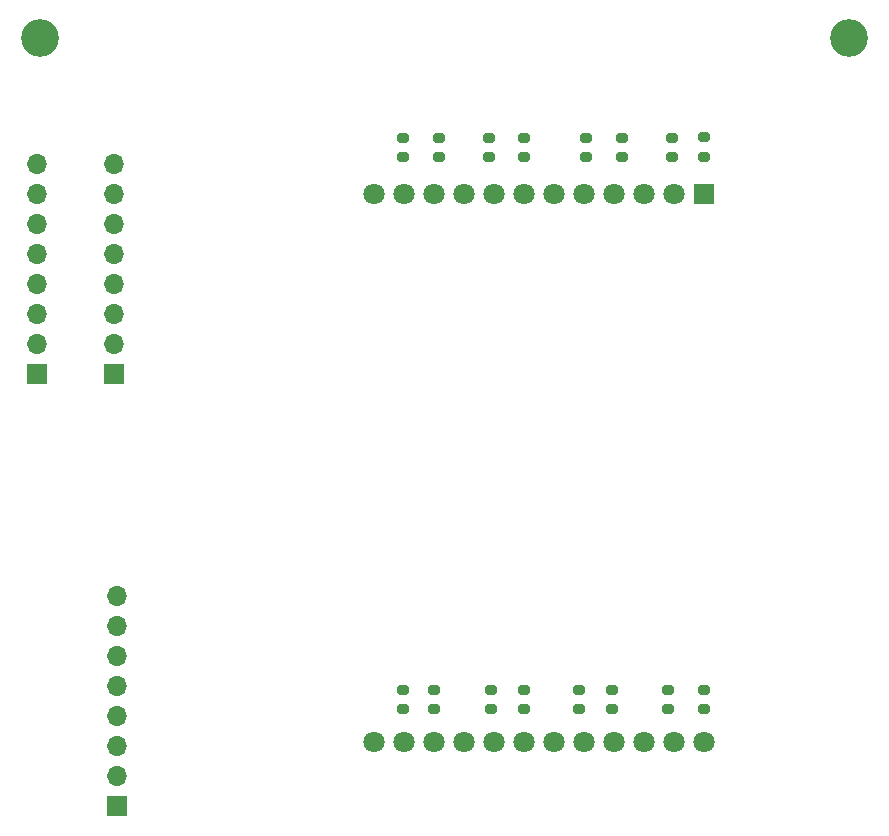
<source format=gbr>
%TF.GenerationSoftware,KiCad,Pcbnew,9.0.0*%
%TF.CreationDate,2025-04-13T20:44:06+03:30*%
%TF.ProjectId,DotMatrix,446f744d-6174-4726-9978-2e6b69636164,rev?*%
%TF.SameCoordinates,Original*%
%TF.FileFunction,Soldermask,Bot*%
%TF.FilePolarity,Negative*%
%FSLAX46Y46*%
G04 Gerber Fmt 4.6, Leading zero omitted, Abs format (unit mm)*
G04 Created by KiCad (PCBNEW 9.0.0) date 2025-04-13 20:44:06*
%MOMM*%
%LPD*%
G01*
G04 APERTURE LIST*
G04 Aperture macros list*
%AMRoundRect*
0 Rectangle with rounded corners*
0 $1 Rounding radius*
0 $2 $3 $4 $5 $6 $7 $8 $9 X,Y pos of 4 corners*
0 Add a 4 corners polygon primitive as box body*
4,1,4,$2,$3,$4,$5,$6,$7,$8,$9,$2,$3,0*
0 Add four circle primitives for the rounded corners*
1,1,$1+$1,$2,$3*
1,1,$1+$1,$4,$5*
1,1,$1+$1,$6,$7*
1,1,$1+$1,$8,$9*
0 Add four rect primitives between the rounded corners*
20,1,$1+$1,$2,$3,$4,$5,0*
20,1,$1+$1,$4,$5,$6,$7,0*
20,1,$1+$1,$6,$7,$8,$9,0*
20,1,$1+$1,$8,$9,$2,$3,0*%
G04 Aperture macros list end*
%ADD10C,3.200000*%
%ADD11R,1.700000X1.700000*%
%ADD12O,1.700000X1.700000*%
%ADD13R,1.800000X1.800000*%
%ADD14C,1.800000*%
%ADD15RoundRect,0.200000X0.275000X-0.200000X0.275000X0.200000X-0.275000X0.200000X-0.275000X-0.200000X0*%
G04 APERTURE END LIST*
D10*
%TO.C,REF\u002A\u002A*%
X98750000Y-62750000D03*
%TD*%
D11*
%TO.C,J1*%
X105250000Y-127740000D03*
D12*
X105250000Y-125200000D03*
X105250000Y-122660000D03*
X105250000Y-120120000D03*
X105250000Y-117580000D03*
X105250000Y-115040000D03*
X105250000Y-112500000D03*
X105250000Y-109960000D03*
%TD*%
D10*
%TO.C,REF\u002A\u002A*%
X167250000Y-62750000D03*
%TD*%
D11*
%TO.C,J3*%
X98500000Y-91200000D03*
D12*
X98500000Y-88660000D03*
X98500000Y-86120000D03*
X98500000Y-83580000D03*
X98500000Y-81040000D03*
X98500000Y-78500000D03*
X98500000Y-75960000D03*
X98500000Y-73420000D03*
%TD*%
D11*
%TO.C,J2*%
X105000000Y-91200000D03*
D12*
X105000000Y-88660000D03*
X105000000Y-86120000D03*
X105000000Y-83580000D03*
X105000000Y-81040000D03*
X105000000Y-78500000D03*
X105000000Y-75960000D03*
X105000000Y-73420000D03*
%TD*%
D13*
%TO.C,U1*%
X155000000Y-75900000D03*
D14*
X152460000Y-75900000D03*
X149920000Y-75900000D03*
X147380000Y-75900000D03*
X144840000Y-75900000D03*
X142300000Y-75900000D03*
X139760000Y-75900000D03*
X137220000Y-75900000D03*
X134680000Y-75900000D03*
X132140000Y-75900000D03*
X129600000Y-75900000D03*
X127060000Y-75900000D03*
X127060000Y-122300000D03*
X129600000Y-122300000D03*
X132140000Y-122300000D03*
X134680000Y-122300000D03*
X137220000Y-122300000D03*
X139760000Y-122300000D03*
X142300000Y-122300000D03*
X144840000Y-122300000D03*
X147380000Y-122300000D03*
X149920000Y-122300000D03*
X152460000Y-122300000D03*
X155000000Y-122300000D03*
%TD*%
D15*
%TO.C,R4*%
X129500000Y-119525000D03*
X129500000Y-117875000D03*
%TD*%
%TO.C,R14*%
X148000000Y-72825000D03*
X148000000Y-71175000D03*
%TD*%
%TO.C,R8*%
X129500000Y-72825000D03*
X129500000Y-71175000D03*
%TD*%
%TO.C,R2*%
X144400000Y-119525000D03*
X144400000Y-117875000D03*
%TD*%
%TO.C,R1*%
X151900000Y-119525000D03*
X151900000Y-117875000D03*
%TD*%
%TO.C,R7*%
X136750000Y-72825000D03*
X136750000Y-71175000D03*
%TD*%
%TO.C,R3*%
X136900000Y-119525000D03*
X136900000Y-117875000D03*
%TD*%
%TO.C,R6*%
X145000000Y-72825000D03*
X145000000Y-71175000D03*
%TD*%
%TO.C,R16*%
X132500000Y-72825000D03*
X132500000Y-71175000D03*
%TD*%
%TO.C,R5*%
X152250000Y-72825000D03*
X152250000Y-71175000D03*
%TD*%
%TO.C,R15*%
X139750000Y-72825000D03*
X139750000Y-71175000D03*
%TD*%
%TO.C,R11*%
X139700000Y-119525000D03*
X139700000Y-117875000D03*
%TD*%
%TO.C,R12*%
X132100000Y-119525000D03*
X132100000Y-117875000D03*
%TD*%
%TO.C,R13*%
X155000000Y-72750000D03*
X155000000Y-71100000D03*
%TD*%
%TO.C,R9*%
X155000000Y-119525000D03*
X155000000Y-117875000D03*
%TD*%
%TO.C,R10*%
X147200000Y-119525000D03*
X147200000Y-117875000D03*
%TD*%
M02*

</source>
